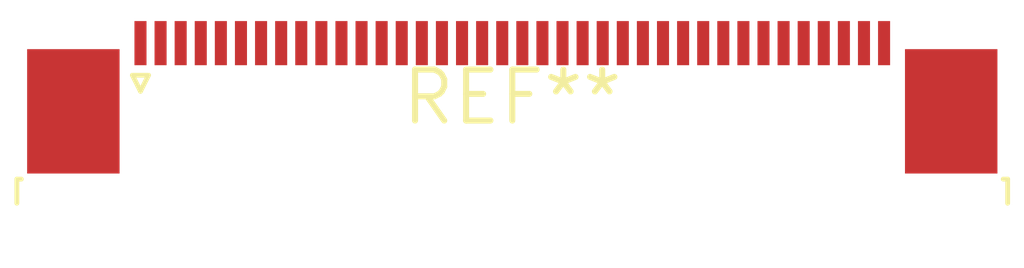
<source format=kicad_pcb>
(kicad_pcb (version 20240108) (generator pcbnew)
  (layers (0 "F.Cu" signal) (31 "B.Cu" signal) (34 "B.Paste" user) (35 "F.Paste" user) (36 "B.SilkS" user "B.Silkscreen") (37 "F.SilkS" user "F.Silkscreen") (38 "B.Mask" user) (39 "F.Mask" user) (44 "Edge.Cuts" user))
  (net 0 "")
  (footprint "TE_3-1734839-8_1x38-1MP_P0.5mm_Horizontal" (layer "F.Cu") (at 0 0)
    (property "Reference" "REF**")
    (property "Value" "PCB Edge")
    (fp_line (start -12.325 2.04) (end -12.325 2.64) (layer "F.SilkS") (stroke (width 0.12)))
    (fp_line (start -12.215 2.04) (end -12.325 2.04) (layer "F.SilkS") (stroke (width 0.12)))
    (fp_line (start -9.45 -0.55) (end -9.25 -0.15) (layer "F.SilkS") (stroke (width 0.12)))
    (fp_line (start -9.25 -0.15) (end -9.05 -0.55) (layer "F.SilkS") (stroke (width 0.12)))
    (fp_line (start -9.05 -0.55) (end -9.45 -0.55) (layer "F.SilkS") (stroke (width 0.12)))
    (fp_line (start 12.215 2.04) (end 12.325 2.04) (layer "F.SilkS") (stroke (width 0.12)))
    (fp_line (start 12.325 2.04) (end 12.325 2.64) (layer "F.SilkS") (stroke (width 0.12)))
    (pad "1" smd rect (at -9.25 -1.35) (size 0.3 1.1) (layers "F.Cu" "F.Paste" "F.Mask"))
    (pad "2" smd rect (at -8.75 -1.35) (size 0.3 1.1) (layers "F.Cu" "F.Paste" "F.Mask"))
    (pad "3" smd rect (at -8.25 -1.35) (size 0.3 1.1) (layers "F.Cu" "F.Paste" "F.Mask"))
    (pad "4" smd rect (at -7.75 -1.35) (size 0.3 1.1) (layers "F.Cu" "F.Paste" "F.Mask"))
    (pad "5" smd rect (at -7.25 -1.35) (size 0.3 1.1) (layers "F.Cu" "F.Paste" "F.Mask"))
    (pad "6" smd rect (at -6.75 -1.35) (size 0.3 1.1) (layers "F.Cu" "F.Paste" "F.Mask"))
    (pad "7" smd rect (at -6.25 -1.35) (size 0.3 1.1) (layers "F.Cu" "F.Paste" "F.Mask"))
    (pad "8" smd rect (at -5.75 -1.35) (size 0.3 1.1) (layers "F.Cu" "F.Paste" "F.Mask"))
    (pad "9" smd rect (at -5.25 -1.35) (size 0.3 1.1) (layers "F.Cu" "F.Paste" "F.Mask"))
    (pad "10" smd rect (at -4.75 -1.35) (size 0.3 1.1) (layers "F.Cu" "F.Paste" "F.Mask"))
    (pad "11" smd rect (at -4.25 -1.35) (size 0.3 1.1) (layers "F.Cu" "F.Paste" "F.Mask"))
    (pad "12" smd rect (at -3.75 -1.35) (size 0.3 1.1) (layers "F.Cu" "F.Paste" "F.Mask"))
    (pad "13" smd rect (at -3.25 -1.35) (size 0.3 1.1) (layers "F.Cu" "F.Paste" "F.Mask"))
    (pad "14" smd rect (at -2.75 -1.35) (size 0.3 1.1) (layers "F.Cu" "F.Paste" "F.Mask"))
    (pad "15" smd rect (at -2.25 -1.35) (size 0.3 1.1) (layers "F.Cu" "F.Paste" "F.Mask"))
    (pad "16" smd rect (at -1.75 -1.35) (size 0.3 1.1) (layers "F.Cu" "F.Paste" "F.Mask"))
    (pad "17" smd rect (at -1.25 -1.35) (size 0.3 1.1) (layers "F.Cu" "F.Paste" "F.Mask"))
    (pad "18" smd rect (at -0.75 -1.35) (size 0.3 1.1) (layers "F.Cu" "F.Paste" "F.Mask"))
    (pad "19" smd rect (at -0.25 -1.35) (size 0.3 1.1) (layers "F.Cu" "F.Paste" "F.Mask"))
    (pad "20" smd rect (at 0.25 -1.35) (size 0.3 1.1) (layers "F.Cu" "F.Paste" "F.Mask"))
    (pad "21" smd rect (at 0.75 -1.35) (size 0.3 1.1) (layers "F.Cu" "F.Paste" "F.Mask"))
    (pad "22" smd rect (at 1.25 -1.35) (size 0.3 1.1) (layers "F.Cu" "F.Paste" "F.Mask"))
    (pad "23" smd rect (at 1.75 -1.35) (size 0.3 1.1) (layers "F.Cu" "F.Paste" "F.Mask"))
    (pad "24" smd rect (at 2.25 -1.35) (size 0.3 1.1) (layers "F.Cu" "F.Paste" "F.Mask"))
    (pad "25" smd rect (at 2.75 -1.35) (size 0.3 1.1) (layers "F.Cu" "F.Paste" "F.Mask"))
    (pad "26" smd rect (at 3.25 -1.35) (size 0.3 1.1) (layers "F.Cu" "F.Paste" "F.Mask"))
    (pad "27" smd rect (at 3.75 -1.35) (size 0.3 1.1) (layers "F.Cu" "F.Paste" "F.Mask"))
    (pad "28" smd rect (at 4.25 -1.35) (size 0.3 1.1) (layers "F.Cu" "F.Paste" "F.Mask"))
    (pad "29" smd rect (at 4.75 -1.35) (size 0.3 1.1) (layers "F.Cu" "F.Paste" "F.Mask"))
    (pad "30" smd rect (at 5.25 -1.35) (size 0.3 1.1) (layers "F.Cu" "F.Paste" "F.Mask"))
    (pad "31" smd rect (at 5.75 -1.35) (size 0.3 1.1) (layers "F.Cu" "F.Paste" "F.Mask"))
    (pad "32" smd rect (at 6.25 -1.35) (size 0.3 1.1) (layers "F.Cu" "F.Paste" "F.Mask"))
    (pad "33" smd rect (at 6.75 -1.35) (size 0.3 1.1) (layers "F.Cu" "F.Paste" "F.Mask"))
    (pad "34" smd rect (at 7.25 -1.35) (size 0.3 1.1) (layers "F.Cu" "F.Paste" "F.Mask"))
    (pad "35" smd rect (at 7.75 -1.35) (size 0.3 1.1) (layers "F.Cu" "F.Paste" "F.Mask"))
    (pad "36" smd rect (at 8.25 -1.35) (size 0.3 1.1) (layers "F.Cu" "F.Paste" "F.Mask"))
    (pad "37" smd rect (at 8.75 -1.35) (size 0.3 1.1) (layers "F.Cu" "F.Paste" "F.Mask"))
    (pad "38" smd rect (at 9.25 -1.35) (size 0.3 1.1) (layers "F.Cu" "F.Paste" "F.Mask"))
    (pad "MP" smd rect (at -10.92 0.35) (size 2.3 3.1) (layers "F.Cu" "F.Paste" "F.Mask"))
    (pad "MP" smd rect (at 10.92 0.35) (size 2.3 3.1) (layers "F.Cu" "F.Paste" "F.Mask"))
  )
)
</source>
